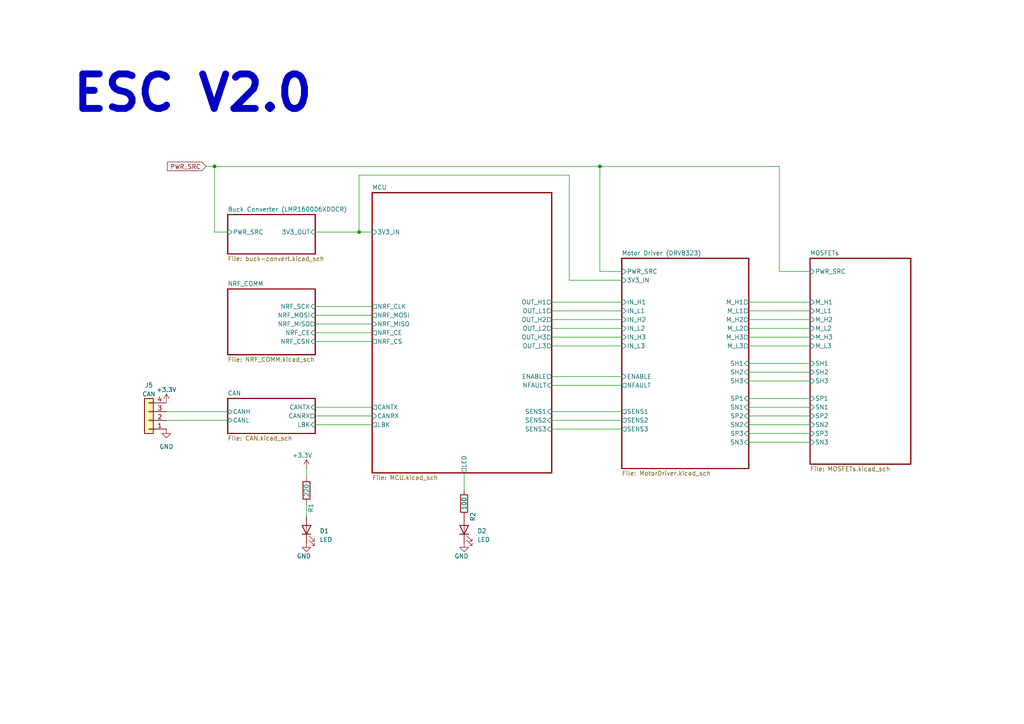
<source format=kicad_sch>
(kicad_sch (version 20230121) (generator eeschema)
  (paper "A4")
  (lib_symbols
    (symbol "Connector_Generic:Conn_01x04" (pin_names (offset 1.016) hide)
      (property "Reference" "J" (at 0 5.08 0))
      (property "Value" "Conn_01x04" (at 0 -7.62 0))
      (symbol "Conn_01x04_1_1"
        (rectangle (start -1.27 -4.953) (end 0 -5.207) (stroke (width 0.1524)))
        (rectangle (start -1.27 -2.413) (end 0 -2.667) (stroke (width 0.1524)))
        (rectangle (start -1.27 0.127) (end 0 -0.127) (stroke (width 0.1524)))
        (rectangle (start -1.27 2.667) (end 0 2.413) (stroke (width 0.1524)))
        (rectangle (start -1.27 3.81) (end 1.27 -6.35) (stroke (width 0.254)) (fill (type background)))
        (pin passive line (at -5.08 2.54 0) (length 3.81) (name "Pin_1") (number "1"))
        (pin passive line (at -5.08 0 0) (length 3.81) (name "Pin_2") (number "2"))
        (pin passive line (at -5.08 -2.54 0) (length 3.81) (name "Pin_3") (number "3"))
        (pin passive line (at -5.08 -5.08 0) (length 3.81) (name "Pin_4") (number "4"))
      )
    )
    (symbol "Device:LED" (pin_numbers hide) (pin_names (offset 1.016) hide)
      (property "Reference" "D" (at 0 2.54 0))
      (property "Value" "LED" (at 0 -2.54 0))
      (symbol "LED_0_1"
        (polyline (pts (xy -1.27 -1.27) (xy -1.27 1.27)) (stroke (width 0.254)))
        (polyline (pts (xy -1.27 0) (xy 1.27 0)))
        (polyline (pts (xy 1.27 -1.27) (xy 1.27 1.27) (xy -1.27 0) (xy 1.27 -1.27)) (stroke (width 0.254)))
        (polyline (pts (xy -3.048 -0.762) (xy -4.572 -2.286) (xy -3.81 -2.286) (xy -4.572 -2.286) (xy -4.572 -1.524)))
        (polyline (pts (xy -1.778 -0.762) (xy -3.302 -2.286) (xy -2.54 -2.286) (xy -3.302 -2.286) (xy -3.302 -1.524)))
      )
      (symbol "LED_1_1"
        (pin passive line (at -3.81 0 0) (length 2.54) (name "K") (number "1"))
        (pin passive line (at 3.81 0 180) (length 2.54) (name "A") (number "2"))
      )
    )
    (symbol "Device:R" (pin_numbers hide) (pin_names (offset 0))
      (property "Reference" "R" (at 2.032 0 90))
      (property "Value" "R" (at 0 0 90))
      (symbol "R_0_1"
        (rectangle (start -1.016 -2.54) (end 1.016 2.54) (stroke (width 0.254)))
      )
      (symbol "R_1_1"
        (pin passive line (at 0 3.81 270) (length 1.27) (name "~") (number "1"))
        (pin passive line (at 0 -3.81 90) (length 1.27) (name "~") (number "2"))
      )
    )
    (symbol "power:+3.3V" (power) (pin_names (offset 0))
      (property "Value" "+3.3V" (at 0 3.556 0))
      (symbol "+3.3V_0_1"
        (polyline (pts (xy -0.762 1.27) (xy 0 2.54)))
        (polyline (pts (xy 0 0) (xy 0 2.54)))
        (polyline (pts (xy 0 2.54) (xy 0.762 1.27)))
      )
      (symbol "+3.3V_1_1"
        (pin power_in line (at 0 0 90) (length 0) hide (name "+3.3V") (number "1"))
      )
    )
    (symbol "power:GND" (power) (pin_names (offset 0))
      (property "Value" "GND" (at 0 -3.81 0))
      (symbol "GND_0_1"
        (polyline (pts (xy 0 0) (xy 0 -1.27) (xy 1.27 -1.27) (xy 0 -2.54) (xy -1.27 -1.27) (xy 0 -1.27)))
      )
      (symbol "GND_1_1"
        (pin power_in line (at 0 0 270) (length 0) hide (name "GND") (number "1"))
      )
    )
  )
  (junction (at 173.99 48.26))
  (junction (at 62.23 48.26))
  (junction (at 104.14 67.31))
  (wire (pts (xy 160.02 90.17) (xy 180.34 90.17)))
  (wire (pts (xy 217.17 87.63) (xy 234.95 87.63)))
  (wire (pts (xy 160.02 119.38) (xy 180.34 119.38)))
  (wire (pts (xy 160.02 121.92) (xy 180.34 121.92)))
  (wire (pts (xy 180.34 78.74) (xy 173.99 78.74)))
  (wire (pts (xy 91.44 120.65) (xy 107.95 120.65)))
  (wire (pts (xy 173.99 78.74) (xy 173.99 48.26)))
  (wire (pts (xy 217.17 100.33) (xy 234.95 100.33)))
  (wire (pts (xy 62.23 48.26) (xy 59.69 48.26)))
  (wire (pts (xy 160.02 111.76) (xy 180.34 111.76)))
  (wire (pts (xy 91.44 118.11) (xy 107.95 118.11)))
  (wire (pts (xy 48.26 121.92) (xy 66.04 121.92)))
  (wire (pts (xy 91.44 123.19) (xy 107.95 123.19)))
  (wire (pts (xy 160.02 109.22) (xy 180.34 109.22)))
  (wire (pts (xy 160.02 92.71) (xy 180.34 92.71)))
  (wire (pts (xy 217.17 110.49) (xy 234.95 110.49)))
  (wire (pts (xy 234.95 78.74) (xy 226.06 78.74)))
  (wire (pts (xy 165.1 50.8) (xy 104.14 50.8)))
  (wire (pts (xy 91.44 93.98) (xy 107.95 93.98)))
  (wire (pts (xy 217.17 105.41) (xy 234.95 105.41)))
  (wire (pts (xy 160.02 87.63) (xy 180.34 87.63)))
  (wire (pts (xy 217.17 120.65) (xy 234.95 120.65)))
  (wire (pts (xy 91.44 96.52) (xy 107.95 96.52)))
  (wire (pts (xy 91.44 99.06) (xy 107.95 99.06)))
  (wire (pts (xy 217.17 125.73) (xy 234.95 125.73)))
  (wire (pts (xy 165.1 81.28) (xy 165.1 50.8)))
  (wire (pts (xy 217.17 128.27) (xy 234.95 128.27)))
  (wire (pts (xy 217.17 97.79) (xy 234.95 97.79)))
  (wire (pts (xy 104.14 50.8) (xy 104.14 67.31)))
  (wire (pts (xy 88.9 146.05) (xy 88.9 149.86)))
  (wire (pts (xy 217.17 95.25) (xy 234.95 95.25)))
  (wire (pts (xy 48.26 119.38) (xy 66.04 119.38)))
  (wire (pts (xy 226.06 78.74) (xy 226.06 48.26)))
  (wire (pts (xy 217.17 90.17) (xy 234.95 90.17)))
  (wire (pts (xy 160.02 97.79) (xy 180.34 97.79)))
  (wire (pts (xy 160.02 100.33) (xy 180.34 100.33)))
  (wire (pts (xy 88.9 135.89) (xy 88.9 138.43)))
  (wire (pts (xy 91.44 91.44) (xy 107.95 91.44)))
  (wire (pts (xy 217.17 107.95) (xy 234.95 107.95)))
  (wire (pts (xy 180.34 81.28) (xy 165.1 81.28)))
  (wire (pts (xy 62.23 67.31) (xy 62.23 48.26)))
  (wire (pts (xy 104.14 67.31) (xy 107.95 67.31)))
  (wire (pts (xy 217.17 92.71) (xy 234.95 92.71)))
  (wire (pts (xy 173.99 48.26) (xy 62.23 48.26)))
  (wire (pts (xy 91.44 67.31) (xy 104.14 67.31)))
  (wire (pts (xy 62.23 67.31) (xy 66.04 67.31)))
  (wire (pts (xy 217.17 115.57) (xy 234.95 115.57)))
  (wire (pts (xy 226.06 48.26) (xy 173.99 48.26)))
  (wire (pts (xy 217.17 118.11) (xy 234.95 118.11)))
  (wire (pts (xy 91.44 88.9) (xy 107.95 88.9)))
  (wire (pts (xy 160.02 95.25) (xy 180.34 95.25)))
  (wire (pts (xy 217.17 123.19) (xy 234.95 123.19)))
  (wire (pts (xy 160.02 124.46) (xy 180.34 124.46)))
  (wire (pts (xy 134.62 137.16) (xy 134.62 142.24)))
  (text "ESC V2.0" (at 20.32 33.02 0) (effects (font (size 10 10) (thickness 2) bold) (justify left bottom)))
  (global_label "PWR_SRC" (shape input) (at 59.69 48.26 180) (property "Intersheetrefs" "${INTERSHEET_REFS}" (effects hide)))
  (symbol (lib_id "power:GND") (at 134.62 157.48 0) (unit 1)
    (property "Reference" "#PWR06" (effects hide))
    (property "Value" "GND" (at 135.89 161.29 0) (effects (justify right)))
  )
  (symbol (lib_id "power:GND") (at 88.9 157.48 0) (unit 1)
    (property "Reference" "#PWR05" (effects hide))
    (property "Value" "GND" (at 90.17 161.29 0) (effects (justify right)))
  )
  (symbol (lib_id "power:+3.3V") (at 88.9 135.89 0) (unit 1)
    (property "Reference" "#PWR04" (effects hide))
    (property "Value" "+3.3V" (at 87.63 132.08 0))
  )
  (symbol (lib_id "Device:LED") (at 88.9 153.67 90) (unit 1)
    (property "Reference" "D1" (at 92.71 153.9874 90) (effects (justify right)))
    (property "Value" "LED" (at 92.71 156.5274 90) (effects (justify right)))
    (property "Footprint" "Diode_SMD:D_0402_1005Metric" (effects hide))
  )
  (symbol (lib_id "power:+3.3V") (at 48.26 116.84 0) (unit 1)
    (property "Reference" "#PWR038" (effects hide))
    (property "Value" "+3.3V" (at 48.26 113.03 0))
  )
  (symbol (lib_id "power:GND") (at 48.26 124.46 0) (unit 1)
    (property "Reference" "#PWR039" (effects hide))
    (property "Value" "GND" (at 48.26 129.54 0))
  )
  (symbol (lib_id "Connector_Generic:Conn_01x04") (at 43.18 121.92 180) (unit 1)
    (property "Reference" "J5" (at 43.18 111.76 0))
    (property "Value" "CAN" (at 43.18 114.3 0))
  )
  (symbol (lib_id "Device:R") (at 134.62 146.05 180) (unit 1)
    (property "Reference" "R2" (at 137.16 149.86 90))
    (property "Value" "100" (at 134.62 146.05 90))
    (property "Footprint" "Resistor_SMD:R_0603_1608Metric" (effects hide))
  )
  (symbol (lib_id "Device:R") (at 88.9 142.24 180) (unit 1)
    (property "Reference" "R1" (at 90.17 147.32 90))
    (property "Value" "220" (at 88.9 142.24 90))
    (property "Footprint" "Resistor_SMD:R_0603_1608Metric" (effects hide))
  )
  (symbol (lib_id "Device:LED") (at 134.62 153.67 90) (unit 1)
    (property "Reference" "D2" (at 138.43 153.9874 90) (effects (justify right)))
    (property "Value" "LED" (at 138.43 156.5274 90) (effects (justify right)))
    (property "Footprint" "Diode_SMD:D_0402_1005Metric" (effects hide))
  )
  (sheet (at 107.95 55.88) (size 52.07 81.28) (stroke (width 0.3))
    (property "Sheetname" "MCU" (at 107.95 55.0946 0) (effects (justify left bottom)))
    (property "Sheetfile" "MCU.kicad_sch" (at 107.95 137.8184 0) (effects (justify left top)))
    (pin "NRF_CE" output (at 107.95 96.52 180))
    (pin "NRF_CLK" output (at 107.95 88.9 180))
    (pin "NRF_CS" output (at 107.95 99.06 180))
    (pin "NRF_MOSI" output (at 107.95 91.44 180))
    (pin "NRF_MISO" input (at 107.95 93.98 180))
    (pin "OUT_L3" output (at 160.02 100.33 0))
    (pin "OUT_H3" output (at 160.02 97.79 0))
    (pin "OUT_L2" output (at 160.02 95.25 0))
    (pin "OUT_H2" output (at 160.02 92.71 0))
    (pin "OUT_L1" output (at 160.02 90.17 0))
    (pin "OUT_H1" output (at 160.02 87.63 0))
    (pin "ENABLE" output (at 160.02 109.22 0))
    (pin "NFAULT" input (at 160.02 111.76 0))
    (pin "SENS1" input (at 160.02 119.38 0))
    (pin "SENS2" input (at 160.02 121.92 0))
    (pin "SENS3" input (at 160.02 124.46 0))
    (pin "LED" output (at 134.62 137.16 270))
    (pin "CANTX" output (at 107.95 118.11 180))
    (pin "CANRX" input (at 107.95 120.65 180))
    (pin "LBK" output (at 107.95 123.19 180))
    (pin "3V3_IN" input (at 107.95 67.31 180))
  )
  (sheet (at 66.04 115.57) (size 25.4 10.16) (stroke (width 0.3))
    (property "Sheetname" "CAN" (at 66.04 114.7846 0) (effects (justify left bottom)))
    (property "Sheetfile" "CAN.kicad_sch" (at 66.04 126.3884 0) (effects (justify left top)))
    (pin "CANH" bidirectional (at 66.04 119.38 180))
    (pin "CANTX" input (at 91.44 118.11 0))
    (pin "CANRX" output (at 91.44 120.65 0))
    (pin "LBK" input (at 91.44 123.19 0))
    (pin "CANL" bidirectional (at 66.04 121.92 180))
  )
  (sheet (at 180.34 74.93) (size 36.83 60.96) (stroke (width 0.3))
    (property "Sheetname" "Motor Driver (DRV8323)" (at 180.34 74.1446 0) (effects (justify left bottom)))
    (property "Sheetfile" "MotorDriver.kicad_sch" (at 180.34 136.5484 0) (effects (justify left top)))
    (pin "SN1" input (at 217.17 118.11 0))
    (pin "IN_L3" input (at 180.34 100.33 180))
    (pin "IN_H1" input (at 180.34 87.63 180))
    (pin "IN_L1" input (at 180.34 90.17 180))
    (pin "IN_H3" input (at 180.34 97.79 180))
    (pin "IN_H2" input (at 180.34 92.71 180))
    (pin "IN_L2" input (at 180.34 95.25 180))
    (pin "NFAULT" output (at 180.34 111.76 180))
    (pin "ENABLE" input (at 180.34 109.22 180))
    (pin "SENS1" output (at 180.34 119.38 180))
    (pin "SENS3" output (at 180.34 124.46 180))
    (pin "SENS2" output (at 180.34 121.92 180))
    (pin "SH1" input (at 217.17 105.41 0))
    (pin "M_H1" output (at 217.17 87.63 0))
    (pin "M_L1" output (at 217.17 90.17 0))
    (pin "SP1" input (at 217.17 115.57 0))
    (pin "SH3" input (at 217.17 110.49 0))
    (pin "M_L3" output (at 217.17 100.33 0))
    (pin "SN3" input (at 217.17 128.27 0))
    (pin "M_H3" output (at 217.17 97.79 0))
    (pin "SP3" input (at 217.17 125.73 0))
    (pin "SP2" input (at 217.17 120.65 0))
    (pin "M_H2" output (at 217.17 92.71 0))
    (pin "SH2" input (at 217.17 107.95 0))
    (pin "M_L2" output (at 217.17 95.25 0))
    (pin "SN2" input (at 217.17 123.19 0))
    (pin "3V3_IN" input (at 180.34 81.28 180))
    (pin "PWR_SRC" input (at 180.34 78.74 180))
  )
  (sheet (at 66.04 83.82) (size 25.4 19.05) (stroke (width 0.3))
    (property "Sheetname" "NRF_COMM" (at 66.04 83.0346 0) (effects (justify left bottom)))
    (property "Sheetfile" "NRF_COMM.kicad_sch" (at 66.04 103.5284 0) (effects (justify left top)))
    (pin "NRF_MOSI" input (at 91.44 91.44 0))
    (pin "NRF_MISO" output (at 91.44 93.98 0))
    (pin "NRF_SCK" input (at 91.44 88.9 0))
    (pin "NRF_CSN" input (at 91.44 99.06 0))
    (pin "NRF_CE" input (at 91.44 96.52 0))
  )
  (sheet (at 234.95 74.93) (size 29.21 59.69) (stroke (width 0.3))
    (property "Sheetname" "MOSFETs" (at 234.95 74.1446 0) (effects (justify left bottom)))
    (property "Sheetfile" "MOSFETs.kicad_sch" (at 234.95 135.2784 0) (effects (justify left top)))
    (pin "M_H1" input (at 234.95 87.63 180))
    (pin "M_L1" input (at 234.95 90.17 180))
    (pin "M_H2" input (at 234.95 92.71 180))
    (pin "M_L2" input (at 234.95 95.25 180))
    (pin "M_H3" input (at 234.95 97.79 180))
    (pin "M_L3" input (at 234.95 100.33 180))
    (pin "SH1" input (at 234.95 105.41 180))
    (pin "SH2" input (at 234.95 107.95 180))
    (pin "SH3" input (at 234.95 110.49 180))
    (pin "SP1" input (at 234.95 115.57 180))
    (pin "SN1" input (at 234.95 118.11 180))
    (pin "SP2" input (at 234.95 120.65 180))
    (pin "SN2" input (at 234.95 123.19 180))
    (pin "SP3" input (at 234.95 125.73 180))
    (pin "SN3" input (at 234.95 128.27 180))
    (pin "PWR_SRC" input (at 234.95 78.74 180))
  )
  (sheet (at 66.04 62.23) (size 25.4 11.43) (stroke (width 0.3))
    (property "Sheetname" "Buck Converter (LMR160006XDDCR)" (at 66.04 61.4446 0) (effects (justify left bottom)))
    (property "Sheetfile" "buck-convert.kicad_sch" (at 66.04 74.3184 0) (effects (justify left top)))
    (pin "3V3_OUT" input (at 91.44 67.31 0))
    (pin "PWR_SRC" input (at 66.04 67.31 180))
  )
)
</source>
